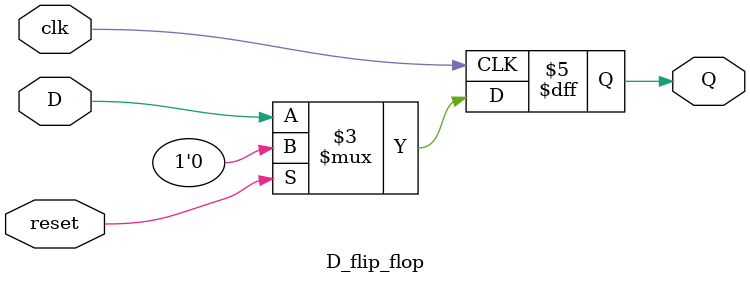
<source format=sv>

	module ex3_4_Pre(
			input  logic clk,
			input  logic [4:0] Address,
			output logic [8:0] Data
	);
	wire logic [4:0] Address_Q;
	D_FF_5bit 		Addr(.clk(clk), .D(Address), .Q(Address_Q) );
	MyROM 			U0  (.CLK(clk), .ADDRESS (Address_Q), .DATAOUT (Data)  );
	endmodule 


	module D_FF_5bit(
			input  logic [4:0] D, reset, clk,
			output logic [4:0] Q
	);

	D_flip_flop			D1(.clk(clk), .reset(reset), .D(D[0]), .Q(Q[0]) );
	D_flip_flop			D2(.clk(clk), .reset(reset), .D(D[1]), .Q(Q[1]) );
	D_flip_flop			D3(.clk(clk), .reset(reset), .D(D[2]), .Q(Q[2]) );
	D_flip_flop			D4(.clk(clk), .reset(reset), .D(D[3]), .Q(Q[3]) );
	D_flip_flop			D5(.clk(clk), .reset(reset), .D(D[4]), .Q(Q[4]) );
	endmodule


	module D_flip_flop(
			input  logic D, clk, reset,
			output logic Q
	);
	always_ff@(posedge clk) begin
			if (reset) 		Q <= 0;
			else 				Q <= D;
	end
	endmodule
</source>
